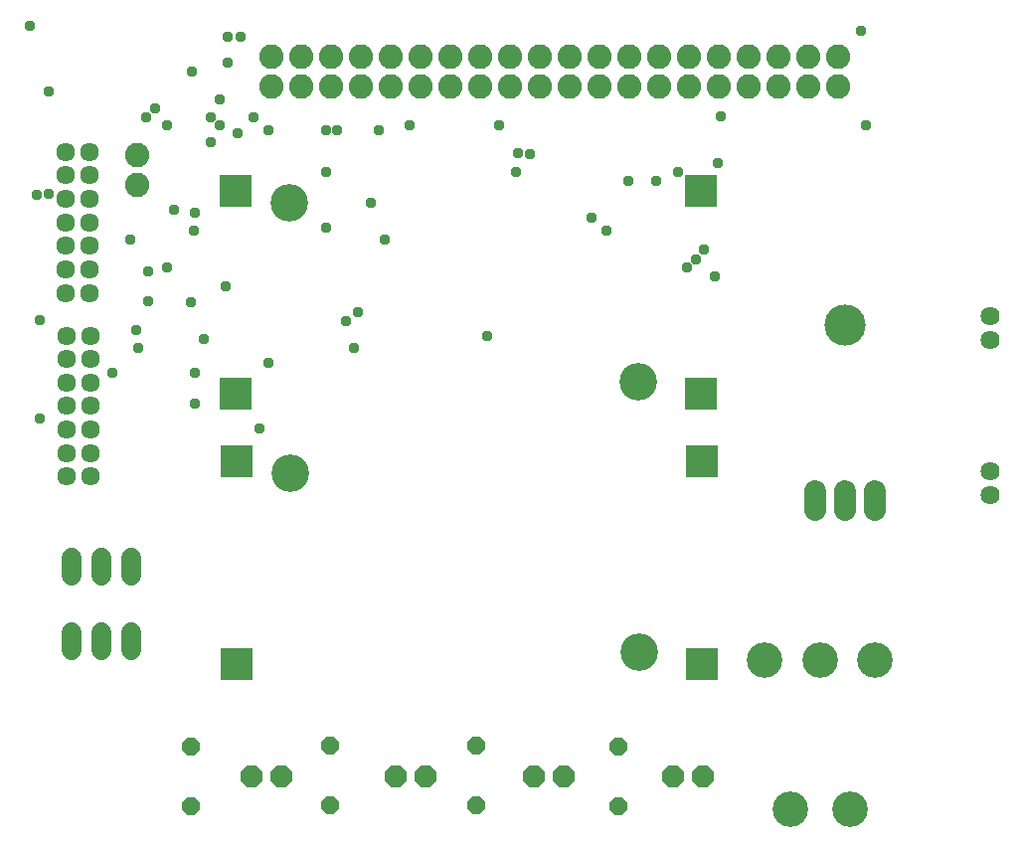
<source format=gbr>
G04 EAGLE Gerber RS-274X export*
G75*
%MOMM*%
%FSLAX34Y34*%
%LPD*%
%INSoldermask Top*%
%IPPOS*%
%AMOC8*
5,1,8,0,0,1.08239X$1,22.5*%
G01*
%ADD10C,1.625600*%
%ADD11C,2.082800*%
%ADD12P,2.034460X8X22.500000*%
%ADD13P,1.649562X8X112.500000*%
%ADD14P,1.649562X8X292.500000*%
%ADD15R,2.703200X2.703200*%
%ADD16C,3.203200*%
%ADD17C,3.022600*%
%ADD18C,1.611200*%
%ADD19C,1.711200*%
%ADD20C,1.879600*%
%ADD21C,3.505200*%
%ADD22C,0.959600*%


D10*
X1034300Y582300D03*
X1034300Y602300D03*
D11*
X422200Y929700D03*
X422200Y955100D03*
X447600Y929700D03*
X447600Y955100D03*
X473000Y929700D03*
X473000Y955100D03*
X498400Y929700D03*
X498400Y955100D03*
X523800Y929700D03*
X523800Y955100D03*
X549200Y929700D03*
X549200Y955100D03*
X574600Y929700D03*
X574600Y955100D03*
X600000Y929700D03*
X600000Y955100D03*
X625400Y929700D03*
X625400Y955100D03*
X650800Y929700D03*
X650800Y955100D03*
X676200Y929700D03*
X676200Y955100D03*
X701600Y929700D03*
X701600Y955100D03*
X727000Y929700D03*
X727000Y955100D03*
X752400Y929700D03*
X752400Y955100D03*
X777800Y929700D03*
X777800Y955100D03*
X803200Y929700D03*
X803200Y955100D03*
X828600Y929700D03*
X828600Y955100D03*
X854000Y929700D03*
X854000Y955100D03*
X879400Y929700D03*
X879400Y955100D03*
X904800Y929700D03*
X904800Y955100D03*
D12*
X764800Y342300D03*
X790200Y342300D03*
X405300Y342300D03*
X430700Y342300D03*
X528300Y342300D03*
X553700Y342300D03*
X646400Y342500D03*
X671800Y342500D03*
D13*
X717900Y317500D03*
X717900Y368300D03*
D14*
X354100Y368200D03*
X354100Y317400D03*
D13*
X472900Y318100D03*
X472900Y368900D03*
X596900Y317900D03*
X596900Y368700D03*
D15*
X788720Y668340D03*
X788720Y841060D03*
X392480Y841060D03*
X392480Y668340D03*
D16*
X735380Y678500D03*
X438200Y830900D03*
D17*
X889700Y441700D03*
X936690Y441700D03*
X842710Y441700D03*
X864300Y314700D03*
X915100Y314700D03*
D10*
X1034900Y714500D03*
X1034900Y734500D03*
D18*
X248300Y718000D03*
X268300Y718000D03*
X248300Y698000D03*
X268300Y698000D03*
X248300Y678000D03*
X268300Y678000D03*
X248300Y658000D03*
X268300Y658000D03*
X248300Y638000D03*
X268300Y638000D03*
X248300Y618000D03*
X268300Y618000D03*
X248300Y598000D03*
X268300Y598000D03*
X247700Y874400D03*
X267700Y874400D03*
X247700Y854400D03*
X267700Y854400D03*
X247700Y834400D03*
X267700Y834400D03*
X247700Y814400D03*
X267700Y814400D03*
X247700Y794400D03*
X267700Y794400D03*
X247700Y774400D03*
X267700Y774400D03*
X247700Y754400D03*
X267700Y754400D03*
D15*
X789020Y437840D03*
X789020Y610560D03*
X392780Y610560D03*
X392780Y437840D03*
D16*
X735680Y448000D03*
X438500Y600400D03*
D19*
X303600Y528440D02*
X303600Y513360D01*
X278200Y513360D02*
X278200Y528440D01*
X252800Y528440D02*
X252800Y513360D01*
X303600Y465440D02*
X303600Y450360D01*
X278200Y450360D02*
X278200Y465440D01*
X252800Y465440D02*
X252800Y450360D01*
D20*
X885600Y569018D02*
X885600Y585782D01*
X911000Y585782D02*
X911000Y569018D01*
X936400Y569018D02*
X936400Y585782D01*
D21*
X911000Y727260D03*
D11*
X308000Y846000D03*
X308000Y871400D03*
D22*
X384000Y760000D03*
X606000Y718000D03*
X507000Y831000D03*
X217000Y982000D03*
X354000Y746000D03*
X225000Y731250D03*
X225000Y647500D03*
X357500Y822500D03*
X357500Y686250D03*
X357500Y660000D03*
X317500Y772500D03*
X317500Y747500D03*
X695000Y818750D03*
X726250Y850000D03*
X707500Y807500D03*
X750000Y850000D03*
X333750Y776250D03*
X776250Y776250D03*
X925000Y977500D03*
X486250Y730000D03*
X513750Y892500D03*
X412500Y638750D03*
X631250Y857500D03*
X768750Y857500D03*
X287500Y686250D03*
X308750Y707500D03*
X356250Y807500D03*
X333750Y897500D03*
X385000Y950000D03*
X385000Y972500D03*
X800000Y768750D03*
X928750Y897500D03*
X492500Y707500D03*
X642500Y872500D03*
X323750Y911250D03*
X420000Y695000D03*
X468750Y810000D03*
X468750Y857500D03*
X468750Y892500D03*
X365000Y715000D03*
X420000Y892500D03*
X407500Y903750D03*
X307500Y722500D03*
X371250Y882500D03*
X371250Y903750D03*
X393750Y890000D03*
X396250Y972500D03*
X222500Y837500D03*
X316250Y903750D03*
X802500Y865000D03*
X496250Y737500D03*
X632500Y873750D03*
X232500Y838750D03*
X232500Y926250D03*
X355000Y942500D03*
X378750Y918750D03*
X378750Y897500D03*
X302500Y800000D03*
X518750Y800000D03*
X616250Y897500D03*
X340000Y825000D03*
X540000Y897500D03*
X791250Y791250D03*
X478750Y892500D03*
X805000Y905000D03*
X783750Y782500D03*
M02*

</source>
